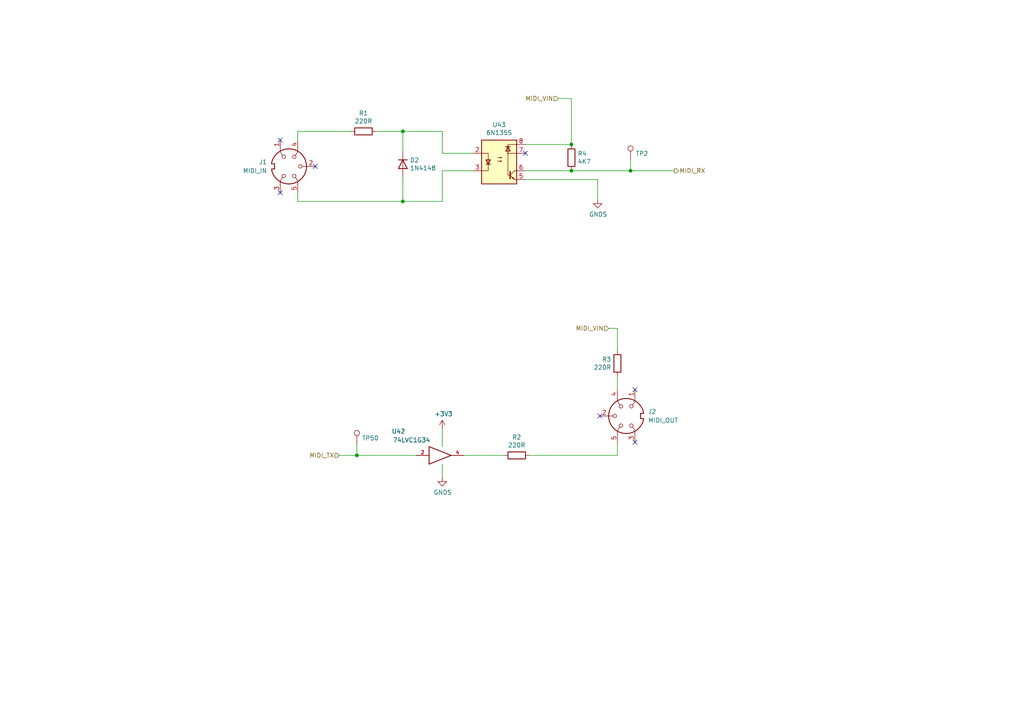
<source format=kicad_sch>
(kicad_sch (version 20211123) (generator eeschema)
  (paper "A4")
  (title_block (title "MIDI Interface") (date "2021-06-05") (rev "B") (company "Created by C Sutton"))
  (lib_symbols
    (symbol "74xGxx:74LVC1G34" (pin_names (offset 1.016))
      (property "Reference" "U" (at -2.54 3.81 0))
      (property "Value" "74LVC1G34" (at 0 -3.81 0))
      (symbol "74LVC1G34_0_1"
        (polyline (pts (xy -3.81 2.54) (xy -3.81 -2.54) (xy 2.54 0) (xy -3.81 2.54)) (stroke (width 0.254)))
      )
      (symbol "74LVC1G34_1_1"
        (pin input line (at -7.62 0 0) (length 3.81) (name "~") (number "2"))
        (pin power_in line (at 0 -2.54 270) (length 0) hide (name "GND") (number "3"))
        (pin output line (at 6.35 0 180) (length 3.81) (name "~") (number "4"))
        (pin power_in line (at 0 2.54 90) (length 0) hide (name "VCC") (number "5"))
      )
    )
    (symbol "Connector:TestPoint" (pin_numbers hide) (pin_names (offset 0.762) hide)
      (property "Reference" "TP" (at 0 6.858 0))
      (property "Value" "TestPoint" (at 0 5.08 0))
      (symbol "TestPoint_0_1"
        (circle (center 0 3.302) (radius 0.762))
      )
      (symbol "TestPoint_1_1"
        (pin passive line (at 0 0 90) (length 2.54) (name "1") (number "1"))
      )
    )
    (symbol "DIN-5_1" (pin_names (offset 1.016))
      (property "Reference" "J" (at 3.175 5.715 0))
      (property "Value" "DIN-5_1" (at 0 -6.35 0))
      (symbol "DIN-5_1_0_1"
        (arc (start -5.08 0) (mid -3.8609 -3.3364) (end -0.762 -5.08) (stroke (width 0.254)))
        (circle (center -2.794 -1.524) (radius 0.508))
        (circle (center -2.794 1.524) (radius 0.508))
        (polyline (pts (xy 0 5.08) (xy 0 3.81)))
        (polyline (pts (xy -5.08 -2.54) (xy -4.318 -2.54) (xy -3.175 -1.905)))
        (polyline (pts (xy -5.08 2.54) (xy -4.318 2.54) (xy -3.175 1.905)))
        (polyline (pts (xy 5.08 -2.54) (xy 4.318 -2.54) (xy 3.175 -1.905)))
        (polyline (pts (xy 5.08 2.54) (xy 4.318 2.54) (xy 3.175 1.905)))
        (polyline (pts (xy -0.762 -4.953) (xy -0.762 -4.191) (xy 0.762 -4.191) (xy 0.762 -4.953)) (stroke (width 0.254)))
        (circle (center 0 3.302) (radius 0.508))
        (arc (start 0.762 -5.08) (mid 3.8685 -3.343) (end 5.08 0) (stroke (width 0.254)))
        (circle (center 2.794 -1.524) (radius 0.508))
        (circle (center 2.794 1.524) (radius 0.508))
        (arc (start 5.08 0) (mid 0 5.08) (end -5.08 0) (stroke (width 0.254)))
      )
      (symbol "DIN-5_1_1_1"
        (pin passive line (at -7.62 -2.54 0) (length 2.54) (name "~") (number "1"))
        (pin passive line (at 0 7.62 270) (length 2.54) (name "~") (number "2"))
        (pin passive line (at 7.62 -2.54 180) (length 2.54) (name "~") (number "3"))
        (pin passive line (at -7.62 2.54 0) (length 2.54) (name "~") (number "4"))
        (pin passive line (at 7.62 2.54 180) (length 2.54) (name "~") (number "5"))
      )
    )
    (symbol "DIN-5_2" (pin_names (offset 1.016))
      (property "Reference" "J" (at 3.175 5.715 0))
      (property "Value" "DIN-5_2" (at 0 -6.35 0))
      (symbol "DIN-5_2_0_1"
        (arc (start -5.08 0) (mid -3.8609 -3.3364) (end -0.762 -5.08) (stroke (width 0.254)))
        (circle (center -2.794 -1.524) (radius 0.508))
        (circle (center -2.794 1.524) (radius 0.508))
        (polyline (pts (xy 0 5.08) (xy 0 3.81)))
        (polyline (pts (xy -5.08 -2.54) (xy -4.318 -2.54) (xy -3.175 -1.905)))
        (polyline (pts (xy -5.08 2.54) (xy -4.318 2.54) (xy -3.175 1.905)))
        (polyline (pts (xy 5.08 -2.54) (xy 4.318 -2.54) (xy 3.175 -1.905)))
        (polyline (pts (xy 5.08 2.54) (xy 4.318 2.54) (xy 3.175 1.905)))
        (polyline (pts (xy -0.762 -4.953) (xy -0.762 -4.191) (xy 0.762 -4.191) (xy 0.762 -4.953)) (stroke (width 0.254)))
        (circle (center 0 3.302) (radius 0.508))
        (arc (start 0.762 -5.08) (mid 3.8685 -3.343) (end 5.08 0) (stroke (width 0.254)))
        (circle (center 2.794 -1.524) (radius 0.508))
        (circle (center 2.794 1.524) (radius 0.508))
        (arc (start 5.08 0) (mid 0 5.08) (end -5.08 0) (stroke (width 0.254)))
      )
      (symbol "DIN-5_2_1_1"
        (pin passive line (at -7.62 -2.54 0) (length 2.54) (name "~") (number "1"))
        (pin passive line (at 0 7.62 270) (length 2.54) (name "~") (number "2"))
        (pin passive line (at 7.62 -2.54 180) (length 2.54) (name "~") (number "3"))
        (pin passive line (at -7.62 2.54 0) (length 2.54) (name "~") (number "4"))
        (pin passive line (at 7.62 2.54 180) (length 2.54) (name "~") (number "5"))
      )
    )
    (symbol "Device:D" (pin_numbers hide) (pin_names (offset 1.016) hide)
      (property "Reference" "D" (at 0 2.54 0))
      (property "Value" "D" (at 0 -2.54 0))
      (symbol "D_0_1"
        (polyline (pts (xy -1.27 1.27) (xy -1.27 -1.27)) (stroke (width 0.254)))
        (polyline (pts (xy 1.27 0) (xy -1.27 0)))
        (polyline (pts (xy 1.27 1.27) (xy 1.27 -1.27) (xy -1.27 0) (xy 1.27 1.27)) (stroke (width 0.254)))
      )
      (symbol "D_1_1"
        (pin passive line (at -3.81 0 0) (length 2.54) (name "K") (number "1"))
        (pin passive line (at 3.81 0 180) (length 2.54) (name "A") (number "2"))
      )
    )
    (symbol "Device:R" (pin_numbers hide) (pin_names (offset 0))
      (property "Reference" "R" (at 2.032 0 90))
      (property "Value" "R" (at 0 0 90))
      (symbol "R_0_1"
        (rectangle (start -1.016 -2.54) (end 1.016 2.54) (stroke (width 0.254)))
      )
      (symbol "R_1_1"
        (pin passive line (at 0 3.81 270) (length 1.27) (name "~") (number "1"))
        (pin passive line (at 0 -3.81 90) (length 1.27) (name "~") (number "2"))
      )
    )
    (symbol "Isolator:6N135S" (pin_names (offset 1.016))
      (property "Reference" "U" (at -5.08 7.62 0))
      (property "Value" "6N135S" (at 0 7.62 0))
      (symbol "6N135S_0_1"
        (rectangle (start -5.08 6.35) (end 5.08 -6.35) (stroke (width 0.254)) (fill (type background)))
        (polyline (pts (xy -3.81 -0.635) (xy -2.54 -0.635)) (stroke (width 0.254)))
        (polyline (pts (xy 1.905 4.445) (xy 3.175 4.445)) (stroke (width 0.254)))
        (polyline (pts (xy 3.175 -2.794) (xy 3.175 -4.826)) (stroke (width 0.3556)))
        (polyline (pts (xy 3.302 -3.937) (xy 4.445 -5.08)))
        (polyline (pts (xy 3.302 -3.683) (xy 4.445 -2.54)))
        (polyline (pts (xy 5.08 -5.08) (xy 4.445 -5.08)))
        (polyline (pts (xy 5.08 -2.54) (xy 4.445 -2.54)))
        (polyline (pts (xy 5.08 2.54) (xy 2.54 2.54)))
        (polyline (pts (xy -5.08 2.54) (xy -3.175 2.54) (xy -3.175 -2.54) (xy -5.08 -2.54)))
        (polyline (pts (xy -3.175 -0.635) (xy -3.81 0.635) (xy -2.54 0.635) (xy -3.175 -0.635)) (stroke (width 0.254)))
        (polyline (pts (xy 2.54 4.445) (xy 1.905 3.175) (xy 3.175 3.175) (xy 2.54 4.445)) (stroke (width 0.254)))
        (polyline (pts (xy 4.318 -4.953) (xy 4.064 -4.445) (xy 3.81 -4.699) (xy 4.318 -4.953)))
        (polyline (pts (xy 5.08 5.08) (xy 2.54 5.08) (xy 2.54 -3.81) (xy 3.175 -3.81)))
        (polyline (pts (xy -0.508 0.254) (xy 0.762 0.254) (xy 0.381 0.127) (xy 0.381 0.381) (xy 0.762 0.254)))
        (polyline (pts (xy -0.508 1.27) (xy 0.762 1.27) (xy 0.381 1.143) (xy 0.381 1.397) (xy 0.762 1.27)))
        (circle (center 2.54 2.54) (radius 0.127))
      )
      (symbol "6N135S_1_1"
        (pin no_connect line (at -5.08 5.08 0) (length 2.54) hide (name "NC") (number "1"))
        (pin passive line (at -7.62 2.54 0) (length 2.54) (name "~") (number "2"))
        (pin passive line (at -7.62 -2.54 0) (length 2.54) (name "~") (number "3"))
        (pin no_connect line (at -5.08 -5.08 0) (length 2.54) hide (name "NC") (number "4"))
        (pin passive line (at 7.62 -5.08 180) (length 2.54) (name "~") (number "5"))
        (pin passive line (at 7.62 -2.54 180) (length 2.54) (name "~") (number "6"))
        (pin passive line (at 7.62 2.54 180) (length 2.54) (name "~") (number "7"))
        (pin passive line (at 7.62 5.08 180) (length 2.54) (name "~") (number "8"))
      )
    )
    (symbol "power:+3.3V" (power) (pin_names (offset 0))
      (property "Value" "+3.3V" (at 0 3.556 0))
      (symbol "+3.3V_0_1"
        (polyline (pts (xy -0.762 1.27) (xy 0 2.54)))
        (polyline (pts (xy 0 0) (xy 0 2.54)))
        (polyline (pts (xy 0 2.54) (xy 0.762 1.27)))
      )
      (symbol "+3.3V_1_1"
        (pin power_in line (at 0 0 90) (length 0) hide (name "+3V3") (number "1"))
      )
    )
    (symbol "power:GNDS" (power) (pin_names (offset 0))
      (property "Value" "GNDS" (at 0 -3.81 0))
      (symbol "GNDS_0_1"
        (polyline (pts (xy 0 0) (xy 0 -1.27) (xy 1.27 -1.27) (xy 0 -2.54) (xy -1.27 -1.27) (xy 0 -1.27)))
      )
      (symbol "GNDS_1_1"
        (pin power_in line (at 0 0 270) (length 0) hide (name "GNDS") (number "1"))
      )
    )
  )
  (junction (at 182.88 49.53))
  (junction (at 116.84 38.1))
  (junction (at 116.84 58.42))
  (junction (at 165.735 41.91))
  (junction (at 103.505 132.08))
  (junction (at 165.735 49.53))
  (no_connect (at 184.15 128.27))
  (no_connect (at 81.28 40.64))
  (no_connect (at 91.44 48.26))
  (no_connect (at 173.99 120.65))
  (no_connect (at 184.15 113.03))
  (no_connect (at 152.4 44.45))
  (no_connect (at 81.28 55.88))
  (wire (pts (xy 173.355 57.785) (xy 173.355 52.07)))
  (wire (pts (xy 128.27 129.54) (xy 128.27 124.46)))
  (wire (pts (xy 182.88 46.355) (xy 182.88 49.53)))
  (wire (pts (xy 176.53 95.25) (xy 179.07 95.25)))
  (wire (pts (xy 165.735 49.53) (xy 182.88 49.53)))
  (wire (pts (xy 120.65 132.08) (xy 103.505 132.08)))
  (wire (pts (xy 153.67 132.08) (xy 179.07 132.08)))
  (wire (pts (xy 134.62 132.08) (xy 146.05 132.08)))
  (wire (pts (xy 128.27 49.53) (xy 128.27 58.42)))
  (wire (pts (xy 116.84 58.42) (xy 86.36 58.42)))
  (wire (pts (xy 152.4 41.91) (xy 165.735 41.91)))
  (wire (pts (xy 182.88 49.53) (xy 195.58 49.53)))
  (wire (pts (xy 137.16 44.45) (xy 128.27 44.45)))
  (wire (pts (xy 152.4 49.53) (xy 165.735 49.53)))
  (wire (pts (xy 86.36 55.88) (xy 86.36 58.42)))
  (wire (pts (xy 116.84 51.435) (xy 116.84 58.42)))
  (wire (pts (xy 161.925 28.575) (xy 165.735 28.575)))
  (wire (pts (xy 173.355 52.07) (xy 152.4 52.07)))
  (wire (pts (xy 101.6 38.1) (xy 86.36 38.1)))
  (wire (pts (xy 137.16 49.53) (xy 128.27 49.53)))
  (wire (pts (xy 86.36 38.1) (xy 86.36 40.64)))
  (wire (pts (xy 128.27 138.43) (xy 128.27 134.62)))
  (wire (pts (xy 179.07 109.22) (xy 179.07 113.03)))
  (wire (pts (xy 165.735 41.91) (xy 165.735 28.575)))
  (wire (pts (xy 103.505 128.905) (xy 103.505 132.08)))
  (wire (pts (xy 128.27 44.45) (xy 128.27 38.1)))
  (wire (pts (xy 179.07 95.25) (xy 179.07 101.6)))
  (wire (pts (xy 116.84 38.1) (xy 109.22 38.1)))
  (wire (pts (xy 116.84 58.42) (xy 128.27 58.42)))
  (wire (pts (xy 128.27 38.1) (xy 116.84 38.1)))
  (wire (pts (xy 116.84 43.815) (xy 116.84 38.1)))
  (wire (pts (xy 179.07 128.27) (xy 179.07 132.08)))
  (wire (pts (xy 103.505 132.08) (xy 98.425 132.08)))
  (hierarchical_label "MIDI_RX" (shape output) (at 195.58 49.53 0))
  (hierarchical_label "MIDI_TX" (shape input) (at 98.425 132.08 180))
  (hierarchical_label "MIDI_VIN" (shape input) (at 161.925 28.575 180))
  (hierarchical_label "MIDI_VIN" (shape input) (at 176.53 95.25 180))
  (symbol (lib_id "Device:R") (at 105.41 38.1 270) (unit 1)
    (property "Reference" "R1" (at 105.41 32.8422 90))
    (property "Value" "220R" (at 105.41 35.1536 90))
    (property "Footprint" "Resistor_SMD:R_0805_2012Metric_Pad1.20x1.40mm_HandSolder" (effects hide))
  )
  (symbol (lib_id "Device:D") (at 116.84 47.625 270) (unit 1)
    (property "Reference" "D2" (at 118.872 46.4566 90) (effects (justify left)))
    (property "Value" "1N4148" (at 118.872 48.768 90) (effects (justify left)))
    (property "Footprint" "Diode_SMD:D_SOD-123F" (effects hide))
  )
  (symbol (lib_id "Isolator:6N135S") (at 144.78 46.99 0) (unit 1)
    (property "Reference" "U43" (at 144.78 36.195 0))
    (property "Value" "6N135S" (at 144.78 38.5064 0))
    (property "Footprint" "Package_DIP:SMDIP-8_W9.53mm" (effects hide))
    (property "Datasheet" "https://optoelectronics.liteon.com/upload/download/DS70-2008-0032/6N135-L%206N136-L%20series.pdf" (effects hide))
  )
  (symbol (lib_id "Device:R") (at 165.735 45.72 180) (unit 1)
    (property "Reference" "R4" (at 167.513 44.5516 0) (effects (justify right)))
    (property "Value" "4K7" (at 167.513 46.863 0) (effects (justify right)))
    (property "Footprint" "Resistor_SMD:R_0805_2012Metric_Pad1.20x1.40mm_HandSolder" (effects hide))
  )
  (symbol (lib_id "power:GNDS") (at 173.355 57.785 0) (unit 1)
    (property "Reference" "#PWR0102" (effects hide))
    (property "Value" "GNDS" (at 173.482 62.1792 0))
  )
  (symbol (lib_id "Connector:TestPoint") (at 182.88 46.355 0) (unit 1)
    (property "Reference" "TP2" (at 184.3532 44.5262 0) (effects (justify left)))
    (property "Value" "TestPoint" (effects hide))
    (property "Footprint" "TestPoint:TestPoint_Pad_D1.0mm" (effects hide))
  )
  (symbol (lib_id "Device:R") (at 179.07 105.41 0) (mirror x) (unit 1)
    (property "Reference" "R3" (at 177.292 104.2416 0) (effects (justify right)))
    (property "Value" "220R" (at 177.292 106.553 0) (effects (justify right)))
    (property "Footprint" "Resistor_SMD:R_0805_2012Metric_Pad1.20x1.40mm_HandSolder" (effects hide))
  )
  (symbol (lib_id "Device:R") (at 149.86 132.08 90) (mirror x) (unit 1)
    (property "Reference" "R2" (at 149.86 126.8222 90))
    (property "Value" "220R" (at 149.86 129.1336 90))
    (property "Footprint" "Resistor_SMD:R_0805_2012Metric_Pad1.20x1.40mm_HandSolder" (effects hide))
  )
  (symbol (lib_id "74xGxx:74LVC1G34") (at 128.27 132.08 0) (unit 1)
    (property "Reference" "U42" (at 115.57 125.095 0))
    (property "Value" "74LVC1G34" (at 119.38 127.635 0))
    (property "Footprint" "Package_TO_SOT_SMD:SOT-23-5_HandSoldering" (effects hide))
    (property "Datasheet" "https://www.ti.com/lit/ds/symlink/sn74lvc1g34.pdf" (effects hide))
  )
  (symbol (lib_id "Connector:TestPoint") (at 103.505 128.905 0) (unit 1)
    (property "Reference" "TP50" (at 104.9782 127.0762 0) (effects (justify left)))
    (property "Value" "TestPoint" (effects hide))
    (property "Footprint" "TestPoint:TestPoint_Pad_D1.0mm" (effects hide))
  )
  (symbol (lib_id "power:+3.3V") (at 128.27 124.46 0) (unit 1)
    (property "Reference" "#PWR0101" (effects hide))
    (property "Value" "+3.3V" (at 128.651 120.0658 0))
  )
  (symbol (lib_id "power:GNDS") (at 128.27 138.43 0) (unit 1)
    (property "Reference" "#PWR0103" (effects hide))
    (property "Value" "GNDS" (at 128.397 142.8242 0))
  )
  (symbol (lib_name "DIN-5_1") (lib_id "MidiDin5:DIN-5") (at 181.61 120.65 90) (mirror x) (unit 1)
    (property "Reference" "J2" (at 187.96 119.3849 90) (effects (justify right)))
    (property "Value" "MIDI_OUT" (at 187.96 121.9249 90) (effects (justify right)))
    (property "Footprint" "RS_5P180_DIN5_SOCKET_WSHIELD:RS_5P180_DIN5_SOCKET_WSHIELD" (effects hide))
  )
  (symbol (lib_name "DIN-5_2") (lib_id "MidiDin5:DIN-5") (at 83.82 48.26 270) (unit 1)
    (property "Reference" "J1" (at 77.47 46.9949 90) (effects (justify right)))
    (property "Value" "MIDI_IN" (at 77.47 49.5349 90) (effects (justify right)))
    (property "Footprint" "RS_5P180_DIN5_SOCKET_WSHIELD:RS_5P180_DIN5_SOCKET_WSHIELD" (effects hide))
  )
)
</source>
